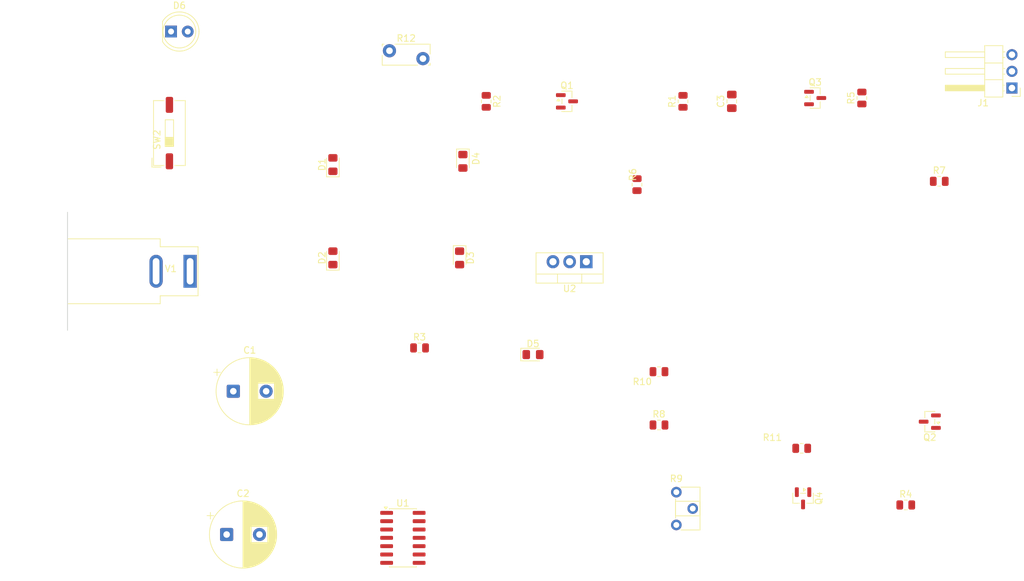
<source format=kicad_pcb>
(kicad_pcb (version 20241229) (generator "pcbnew") (generator_version "9.0")
  (title_block (title "CMPE2150 PWM Generator - blaxtonfisher1") (date "2025-12-14") (company "Nait CNT") (comment 1 "Brody Laxton"))
  (layers (0 "F.Cu" signal) (2 "B.Cu" signal) (13 "F.Paste" user) (15 "B.Paste" user) (5 "F.SilkS" user "F.Silkscreen") (7 "B.SilkS" user "B.Silkscreen") (1 "F.Mask" user) (3 "B.Mask" user) (25 "Edge.Cuts" user))
  (net 0 "")
  (net 1 "GNDREF")
  (net 2 "Net-(D5-K)")
  (net 3 "VCC")
  (net 4 "Net-(Q2-C)")
  (net 5 "Net-(D1-K)")
  (net 6 "GNDPWR")
  (net 7 "Net-(D3-K)")
  (net 8 "Net-(D6-A)")
  (net 9 "Net-(J1-Pin_2)")
  (net 10 "Net-(Q1-B)")
  (net 11 "Net-(Q1-C)")
  (net 12 "Net-(Q3-B)")
  (net 13 "Net-(Q3-C)")
  (net 14 "Net-(Q4-B)")
  (net 15 "Net-(U1A-+)")
  (net 16 "Net-(R10-Pad1)")
  (net 17 "Net-(SW2-B)")
  (net 18 "VAC")
  (footprint "Resistor_SMD:R_0805_2012Metric" (layer "F.Cu") (at 128.016 71.12 90)
    (property "Reference" "R1" (at 0 -1.65 90) (layer "F.SilkS"))
    (property "Value" "2.2k")
    (pad "1" smd roundrect (at -0.9125 0 90) (size 1.025 1.4) (layers "F.Cu" "F.Mask" "F.Paste") (roundrect_rratio 0.243902) (net 7 "Net-(D3-K)"))
    (pad "2" smd roundrect (at 0.9125 0 90) (size 1.025 1.4) (layers "F.Cu" "F.Mask" "F.Paste") (roundrect_rratio 0.243902) (net 1 "GNDREF"))
  )
  (footprint "Potentiometer_THT:Potentiometer_ACP_CA6-H2,5_Horizontal" (layer "F.Cu") (at 127 130.702)
    (property "Reference" "R9" (at 0 -2.06 0) (layer "F.SilkS"))
    (property "Value" "5k")
    (pad "1" thru_hole circle (at 0 0) (size 1.62 1.62) (drill 0.9) (layers "*.Cu" "*.Mask") (net 15 "Net-(U1A-+)"))
    (pad "2" thru_hole circle (at 2.5 2.5) (size 1.62 1.62) (drill 0.9) (layers "*.Cu" "*.Mask") (net 1 "GNDREF"))
    (pad "3" thru_hole circle (at 0 5) (size 1.62 1.62) (drill 0.9) (layers "*.Cu" "*.Mask") (net 1 "GNDREF"))
  )
  (footprint "LED_THT:LED_D5.0mm" (layer "F.Cu") (at 50.033 60.478)
    (property "Reference" "D6" (at 1.27 -3.96 0) (layer "F.SilkS"))
    (property "Value" "_GREEN")
    (pad "1" thru_hole rect (at 0 0) (size 1.8 1.8) (drill 0.9) (layers "*.Cu" "*.Mask") (net 1 "GNDREF"))
    (pad "2" thru_hole circle (at 2.54 0) (size 1.8 1.8) (drill 0.9) (layers "*.Cu" "*.Mask") (net 8 "Net-(D6-A)"))
  )
  (footprint "Resistor_SMD:R_0805_2012Metric" (layer "F.Cu") (at 124.3565 112.334)
    (property "Reference" "R10" (at -2.54 1.524 0) (layer "F.SilkS"))
    (property "Value" "2.2k")
    (pad "1" smd roundrect (at -0.9125 0) (size 1.025 1.4) (layers "F.Cu" "F.Mask" "F.Paste") (roundrect_rratio 0.243902) (net 16 "Net-(R10-Pad1)"))
    (pad "2" smd roundrect (at 0.9125 0) (size 1.025 1.4) (layers "F.Cu" "F.Mask" "F.Paste") (roundrect_rratio 0.243902) (net 14 "Net-(Q4-B)"))
  )
  (footprint "Connector_PinHeader_2.54mm:PinHeader_1x03_P2.54mm_Horizontal" (layer "F.Cu") (at 178.121 69.088 180)
    (property "Reference" "J1" (at 4.385 -2.27 0) (layer "F.SilkS"))
    (property "Value" "Conn_01x03_Pin")
    (pad "1" thru_hole rect (at 0 0 180) (size 1.7 1.7) (drill 1) (layers "*.Cu" "*.Mask") (net 3 "VCC"))
    (pad "2" thru_hole circle (at 0 2.54 180) (size 1.7 1.7) (drill 1) (layers "*.Cu" "*.Mask") (net 9 "Net-(J1-Pin_2)"))
    (pad "3" thru_hole circle (at 0 5.08 180) (size 1.7 1.7) (drill 1) (layers "*.Cu" "*.Mask") (net 1 "GNDREF"))
  )
  (footprint "Package_TO_SOT_SMD:SOT-23" (layer "F.Cu") (at 110.3395 71.12)
    (property "Reference" "Q1" (at 0 -2.4 0) (layer "F.SilkS"))
    (property "Value" "2N3904")
    (pad "1" smd roundrect (at -0.9375 -0.95) (size 1.475 0.6) (layers "F.Cu" "F.Mask" "F.Paste") (net 1 "GNDREF"))
    (pad "2" smd roundrect (at -0.9375 0.95) (size 1.475 0.6) (layers "F.Cu" "F.Mask" "F.Paste") (net 10 "Net-(Q1-B)"))
    (pad "3" smd roundrect (at 0.9375 0) (size 1.475 0.6) (layers "F.Cu" "F.Mask" "F.Paste") (net 11 "Net-(Q1-C)"))
  )
  (footprint "Diode_SMD:D_0805_2012Metric_Pad1.15x1.40mm_HandSolder" (layer "F.Cu") (at 105.165 109.728)
    (property "Reference" "D5" (at 0 -1.65 0) (layer "F.SilkS"))
    (property "Value" "1N4005")
    (pad "1" smd roundrect (at -1.025 0) (size 1.15 1.4) (layers "F.Cu" "F.Mask" "F.Paste") (roundrect_rratio 0.217391) (net 2 "Net-(D5-K)"))
    (pad "2" smd roundrect (at 1.025 0) (size 1.15 1.4) (layers "F.Cu" "F.Mask" "F.Paste") (roundrect_rratio 0.217391) (net 7 "Net-(D3-K)"))
  )
  (footprint "Package_TO_SOT_SMD:SOT-23" (layer "F.Cu") (at 146.304 131.638 -90)
    (property "Reference" "Q4" (at 0 -2.4 90) (layer "F.SilkS"))
    (property "Value" "2N3906")
    (pad "1" smd roundrect (at -0.9375 -0.95 270) (size 1.475 0.6) (layers "F.Cu" "F.Mask" "F.Paste") (net 9 "Net-(J1-Pin_2)"))
    (pad "2" smd roundrect (at -0.9375 0.95 270) (size 1.475 0.6) (layers "F.Cu" "F.Mask" "F.Paste") (net 14 "Net-(Q4-B)"))
    (pad "3" smd roundrect (at 0.9375 0 270) (size 1.475 0.6) (layers "F.Cu" "F.Mask" "F.Paste") (net 3 "VCC"))
  )
  (footprint "Resistor_SMD:R_0805_2012Metric" (layer "F.Cu") (at 124.3565 120.462)
    (property "Reference" "R8" (at 0 -1.65 0) (layer "F.SilkS"))
    (property "Value" "2.2k")
    (pad "1" smd roundrect (at -0.9125 0) (size 1.025 1.4) (layers "F.Cu" "F.Mask" "F.Paste") (roundrect_rratio 0.243902) (net 3 "VCC"))
    (pad "2" smd roundrect (at 0.9125 0) (size 1.025 1.4) (layers "F.Cu" "F.Mask" "F.Paste") (roundrect_rratio 0.243902) (net 15 "Net-(U1A-+)"))
  )
  (footprint "Resistor_SMD:R_0805_2012Metric" (layer "F.Cu") (at 146.097 124.018)
    (property "Reference" "R11" (at -4.4685 -1.65 0) (layer "F.SilkS"))
    (property "Value" "180")
    (pad "1" smd roundrect (at -0.9125 0) (size 1.025 1.4) (layers "F.Cu" "F.Mask" "F.Paste") (roundrect_rratio 0.243902) (net 9 "Net-(J1-Pin_2)"))
    (pad "2" smd roundrect (at 0.9125 0) (size 1.025 1.4) (layers "F.Cu" "F.Mask" "F.Paste") (roundrect_rratio 0.243902) (net 1 "GNDREF"))
  )
  (footprint "Resistor_SMD:R_0805_2012Metric" (layer "F.Cu") (at 98.044 71.12 -90)
    (property "Reference" "R2" (at 0 -1.65 90) (layer "F.SilkS"))
    (property "Value" "1M")
    (pad "1" smd roundrect (at -0.9125 0 270) (size 1.025 1.4) (layers "F.Cu" "F.Mask" "F.Paste") (roundrect_rratio 0.243902) (net 7 "Net-(D3-K)"))
    (pad "2" smd roundrect (at 0.9125 0 270) (size 1.025 1.4) (layers "F.Cu" "F.Mask" "F.Paste") (roundrect_rratio 0.243902) (net 10 "Net-(Q1-B)"))
  )
  (footprint "Connector_BarrelJack:BarrelJack_SwitchcraftConxall_RAPC10U_Horizontal" (layer "F.Cu") (at 52.932 97.028)
    (property "Reference" "V1" (at -2.934 -0.396 0) (layer "F.SilkS"))
    (property "Value" "VSIN")
    (fp_line (start -18.67 -9) (end -18.67 9) (stroke (width 0.12)) (layer "Edge.Cuts"))
    (pad "1" thru_hole rect (at 0 0) (size 2.02 5.02) (drill oval 1.02 4.02) (layers "*.Cu" "*.Mask") (net 18 "VAC"))
    (pad "2" thru_hole oval (at -5.18 0) (size 2.02 5.02) (drill oval 1.02 4.02) (layers "*.Cu" "*.Mask") (net 6 "GNDPWR"))
  )
  (footprint "Button_Switch_SMD:SW_DIP_SPSTx01_Slide_9.78x4.72mm_W8.61mm_P2.54mm" (layer "F.Cu") (at 49.784 75.959 90)
    (property "Reference" "SW2" (at -1.016 -1.896 90) (layer "F.SilkS"))
    (property "Value" "SW_SPST")
    (pad "1" smd roundrect (at -4.305 0 90) (size 2.44 1.12) (layers "F.Cu" "F.Mask" "F.Paste") (roundrect_rratio 0.223214) (net 18 "VAC"))
    (pad "2" smd roundrect (at 4.305 0 90) (size 2.44 1.12) (layers "F.Cu" "F.Mask" "F.Paste") (roundrect_rratio 0.223214) (net 17 "Net-(SW2-B)"))
  )
  (footprint "Resistor_SMD:R_0805_2012Metric" (layer "F.Cu") (at 155.261 70.612 90)
    (property "Reference" "R5" (at 0 -1.65 90) (layer "F.SilkS"))
    (property "Value" "220k")
    (pad "1" smd roundrect (at -0.9125 0 90) (size 1.025 1.4) (layers "F.Cu" "F.Mask" "F.Paste") (roundrect_rratio 0.243902) (net 12 "Net-(Q3-B)"))
    (pad "2" smd roundrect (at 0.9125 0 90) (size 1.025 1.4) (layers "F.Cu" "F.Mask" "F.Paste") (roundrect_rratio 0.243902) (net 3 "VCC"))
  )
  (footprint "Diode_SMD:D_0805_2012Metric_Pad1.15x1.40mm_HandSolder" (layer "F.Cu") (at 94.488 80.255 -90)
    (property "Reference" "D4" (at -0.402 -1.998 90) (layer "F.SilkS"))
    (property "Value" "1N4005")
    (pad "1" smd roundrect (at -1.025 0 270) (size 1.15 1.4) (layers "F.Cu" "F.Mask" "F.Paste") (roundrect_rratio 0.217391) (net 7 "Net-(D3-K)"))
    (pad "2" smd roundrect (at 1.025 0 270) (size 1.15 1.4) (layers "F.Cu" "F.Mask" "F.Paste") (roundrect_rratio 0.217391) (net 5 "Net-(D1-K)"))
  )
  (footprint "Package_TO_SOT_SMD:SOT-23" (layer "F.Cu") (at 165.608 119.954 180)
    (property "Reference" "Q2" (at 0 -2.4 0) (layer "F.SilkS"))
    (property "Value" "2N3904")
    (pad "1" smd roundrect (at -0.9375 -0.95 180) (size 1.475 0.6) (layers "F.Cu" "F.Mask" "F.Paste") (net 1 "GNDREF"))
    (pad "2" smd roundrect (at -0.9375 0.95 180) (size 1.475 0.6) (layers "F.Cu" "F.Mask" "F.Paste") (net 11 "Net-(Q1-C)"))
    (pad "3" smd roundrect (at 0.9375 0 180) (size 1.475 0.6) (layers "F.Cu" "F.Mask" "F.Paste") (net 4 "Net-(Q2-C)"))
  )
  (footprint "Resistor_SMD:R_0805_2012Metric" (layer "F.Cu") (at 121.0075 83.82 90)
    (property "Reference" "R6" (at 1.524 -0.634 90) (layer "F.SilkS"))
    (property "Value" "390k")
    (pad "1" smd roundrect (at -0.9125 0 90) (size 1.025 1.4) (layers "F.Cu" "F.Mask" "F.Paste") (roundrect_rratio 0.243902) (net 12 "Net-(Q3-B)"))
    (pad "2" smd roundrect (at 0.9125 0 90) (size 1.025 1.4) (layers "F.Cu" "F.Mask" "F.Paste") (roundrect_rratio 0.243902) (net 1 "GNDREF"))
  )
  (footprint "Diode_SMD:D_0805_2012Metric_Pad1.15x1.40mm_HandSolder" (layer "F.Cu") (at 93.989 94.987 -90)
    (property "Reference" "D3" (at 0 -1.65 90) (layer "F.SilkS"))
    (property "Value" "1N4005")
    (pad "1" smd roundrect (at -1.025 0 270) (size 1.15 1.4) (layers "F.Cu" "F.Mask" "F.Paste") (roundrect_rratio 0.217391) (net 7 "Net-(D3-K)"))
    (pad "2" smd roundrect (at 1.025 0 270) (size 1.15 1.4) (layers "F.Cu" "F.Mask" "F.Paste") (roundrect_rratio 0.217391) (net 6 "GNDPWR"))
  )
  (footprint "Package_TO_SOT_SMD:SOT-23" (layer "F.Cu") (at 148.149 70.612)
    (property "Reference" "Q3" (at 0 -2.4 0) (layer "F.SilkS"))
    (property "Value" "2N3906")
    (pad "1" smd roundrect (at -0.9375 -0.95) (size 1.475 0.6) (layers "F.Cu" "F.Mask" "F.Paste") (net 4 "Net-(Q2-C)"))
    (pad "2" smd roundrect (at -0.9375 0.95) (size 1.475 0.6) (layers "F.Cu" "F.Mask" "F.Paste") (net 12 "Net-(Q3-B)"))
    (pad "3" smd roundrect (at 0.9375 0) (size 1.475 0.6) (layers "F.Cu" "F.Mask" "F.Paste") (net 13 "Net-(Q3-C)"))
  )
  (footprint "Resistor_SMD:R_0805_2012Metric" (layer "F.Cu") (at 167.0485 83.312)
    (property "Reference" "R7" (at 0 -1.65 0) (layer "F.SilkS"))
    (property "Value" "22k")
    (pad "1" smd roundrect (at -0.9125 0) (size 1.025 1.4) (layers "F.Cu" "F.Mask" "F.Paste") (roundrect_rratio 0.243902) (net 3 "VCC"))
    (pad "2" smd roundrect (at 0.9125 0) (size 1.025 1.4) (layers "F.Cu" "F.Mask" "F.Paste") (roundrect_rratio 0.243902) (net 13 "Net-(Q3-C)"))
  )
  (footprint "Fuse:Fuse_Bourns_MF-RG300" (layer "F.Cu") (at 83.302 63.408)
    (property "Reference" "R12" (at 2.55 -1.9 0) (layer "F.SilkS"))
    (property "Value" "NANOSMDC016F-2")
    (pad "1" thru_hole circle (at 0 0) (size 2.01 2.01) (drill 1.01) (layers "*.Cu" "*.Mask") (net 17 "Net-(SW2-B)"))
    (pad "2" thru_hole circle (at 5.1 1.2) (size 2.01 2.01) (drill 1.01) (layers "*.Cu" "*.Mask") (net 5 "Net-(D1-K)"))
  )
  (footprint "Resistor_SMD:R_0805_2012Metric" (layer "F.Cu") (at 161.9485 132.654)
    (property "Reference" "R4" (at 0 -1.65 0) (layer "F.SilkS"))
    (property "Value" "10k")
    (pad "1" smd roundrect (at -0.9125 0) (size 1.025 1.4) (layers "F.Cu" "F.Mask" "F.Paste") (roundrect_rratio 0.243902) (net 3 "VCC"))
    (pad "2" smd roundrect (at 0.9125 0) (size 1.025 1.4) (layers "F.Cu" "F.Mask" "F.Paste") (roundrect_rratio 0.243902) (net 11 "Net-(Q1-C)"))
  )
  (footprint "Package_SO:SOIC-14_3.9x8.7mm_P1.27mm" (layer "F.Cu") (at 85.344 137.668)
    (property "Reference" "U1" (at 0 -5.28 0) (layer "F.SilkS"))
    (property "Value" "LM339")
    (pad "1" smd roundrect (at -2.475 -3.81) (size 1.95 0.6) (layers "F.Cu" "F.Mask" "F.Paste"))
    (pad "2" smd roundrect (at -2.475 -2.54) (size 1.95 0.6) (layers "F.Cu" "F.Mask" "F.Paste") (net 16 "Net-(R10-Pad1)"))
    (pad "3" smd roundrect (at -2.475 -1.27) (size 1.95 0.6) (layers "F.Cu" "F.Mask" "F.Paste") (net 3 "VCC"))
    (pad "4" smd roundrect (at -2.475 0) (size 1.95 0.6) (layers "F.Cu" "F.Mask" "F.Paste") (net 4 "Net-(Q2-C)"))
    (pad "5" smd roundrect (at -2.475 1.27) (size 1.95 0.6) (layers "F.Cu" "F.Mask" "F.Paste") (net 15 "Net-(U1A-+)"))
    (pad "6" smd roundrect (at -2.475 2.54) (size 1.95 0.6) (layers "F.Cu" "F.Mask" "F.Paste"))
    (pad "7" smd roundrect (at -2.475 3.81) (size 1.95 0.6) (layers "F.Cu" "F.Mask" "F.Paste"))
    (pad "8" smd roundrect (at 2.475 3.81) (size 1.95 0.6) (layers "F.Cu" "F.Mask" "F.Paste"))
    (pad "9" smd roundrect (at 2.475 2.54) (size 1.95 0.6) (layers "F.Cu" "F.Mask" "F.Paste"))
    (pad "10" smd roundrect (at 2.475 1.27) (size 1.95 0.6) (layers "F.Cu" "F.Mask" "F.Paste"))
    (pad "11" smd roundrect (at 2.475 0) (size 1.95 0.6) (layers "F.Cu" "F.Mask" "F.Paste"))
    (pad "12" smd roundrect (at 2.475 -1.27) (size 1.95 0.6) (layers "F.Cu" "F.Mask" "F.Paste") (net 1 "GNDREF"))
    (pad "13" smd roundrect (at 2.475 -2.54) (size 1.95 0.6) (layers "F.Cu" "F.Mask" "F.Paste"))
    (pad "14" smd roundrect (at 2.475 -3.81) (size 1.95 0.6) (layers "F.Cu" "F.Mask" "F.Paste"))
  )
  (footprint "Diode_SMD:D_0805_2012Metric_Pad1.15x1.40mm_HandSolder" (layer "F.Cu") (at 74.685 94.987 90)
    (property "Reference" "D2" (at 0 -1.65 90) (layer "F.SilkS"))
    (property "Value" "1N4005")
    (pad "1" smd roundrect (at -1.025 0 90) (size 1.15 1.4) (layers "F.Cu" "F.Mask" "F.Paste") (roundrect_rratio 0.217391) (net 6 "GNDPWR"))
    (pad "2" smd roundrect (at 1.025 0 90) (size 1.15 1.4) (layers "F.Cu" "F.Mask" "F.Paste") (roundrect_rratio 0.217391) (net 1 "GNDREF"))
  )
  (footprint "Capacitor_SMD:C_0805_2012Metric_Pad1.18x1.45mm_HandSolder" (layer "F.Cu") (at 135.449 71.12 90)
    (property "Reference" "C3" (at 0 -1.68 90) (layer "F.SilkS"))
    (property "Value" "0.1uF")
    (pad "1" smd roundrect (at -1.0375 0 90) (size 1.175 1.45) (layers "F.Cu" "F.Mask" "F.Paste") (roundrect_rratio 0.212766) (net 4 "Net-(Q2-C)"))
    (pad "2" smd roundrect (at 1.0375 0 90) (size 1.175 1.45) (layers "F.Cu" "F.Mask" "F.Paste") (roundrect_rratio 0.212766) (net 1 "GNDREF"))
  )
  (footprint "Package_TO_SOT_THT:TO-220-3_Vertical" (layer "F.Cu") (at 113.284 95.57 180)
    (property "Reference" "U2" (at 2.54 -4.1 0) (layer "F.SilkS"))
    (property "Value" "LM7805_TO220")
    (pad "1" thru_hole rect (at 0 0 180) (size 1.905 2) (drill 1.1) (layers "*.Cu" "*.Mask") (net 2 "Net-(D5-K)"))
    (pad "2" thru_hole oval (at 2.54 0 180) (size 1.905 2) (drill 1.1) (layers "*.Cu" "*.Mask") (net 1 "GNDREF"))
    (pad "3" thru_hole oval (at 5.08 0 180) (size 1.905 2) (drill 1.1) (layers "*.Cu" "*.Mask") (net 3 "VCC"))
  )
  (footprint "Capacitor_THT:CP_Radial_D10.0mm_P5.00mm" (layer "F.Cu") (at 58.5 137.16)
    (property "Reference" "C2" (at 2.5 -6.25 0) (layer "F.SilkS"))
    (property "Value" "10uF")
    (pad "1" thru_hole roundrect (at 0 0) (size 2 2) (drill 1) (layers "*.Cu" "*.Mask") (roundrect_rratio 0.125) (net 3 "VCC"))
    (pad "2" thru_hole circle (at 5 0) (size 2 2) (drill 1) (layers "*.Cu" "*.Mask") (net 1 "GNDREF"))
  )
  (footprint "Resistor_SMD:R_0805_2012Metric" (layer "F.Cu") (at 87.884 108.712)
    (property "Reference" "R3" (at 0 -1.65 0) (layer "F.SilkS"))
    (property "Value" "330")
    (pad "1" smd roundrect (at -0.9125 0) (size 1.025 1.4) (layers "F.Cu" "F.Mask" "F.Paste") (roundrect_rratio 0.243902) (net 3 "VCC"))
    (pad "2" smd roundrect (at 0.9125 0) (size 1.025 1.4) (layers "F.Cu" "F.Mask" "F.Paste") (roundrect_rratio 0.243902) (net 8 "Net-(D6-A)"))
  )
  (footprint "Capacitor_THT:CP_Radial_D10.0mm_P5.00mm" (layer "F.Cu") (at 59.516 115.316)
    (property "Reference" "C1" (at 2.5 -6.25 0) (layer "F.SilkS"))
    (property "Value" "220uF")
    (pad "1" thru_hole roundrect (at 0 0) (size 2 2) (drill 1) (layers "*.Cu" "*.Mask") (roundrect_rratio 0.125) (net 2 "Net-(D5-K)"))
    (pad "2" thru_hole circle (at 5 0) (size 2 2) (drill 1) (layers "*.Cu" "*.Mask") (net 1 "GNDREF"))
  )
  (footprint "Diode_SMD:D_0805_2012Metric_Pad1.15x1.40mm_HandSolder" (layer "F.Cu") (at 74.685 80.763 90)
    (property "Reference" "D1" (at 0 -1.65 90) (layer "F.SilkS"))
    (property "Value" "1N4005")
    (pad "1" smd roundrect (at -1.025 0 90) (size 1.15 1.4) (layers "F.Cu" "F.Mask" "F.Paste") (roundrect_rratio 0.217391) (net 5 "Net-(D1-K)"))
    (pad "2" smd roundrect (at 1.025 0 90) (size 1.15 1.4) (layers "F.Cu" "F.Mask" "F.Paste") (roundrect_rratio 0.217391) (net 1 "GNDREF"))
  )
)
</source>
